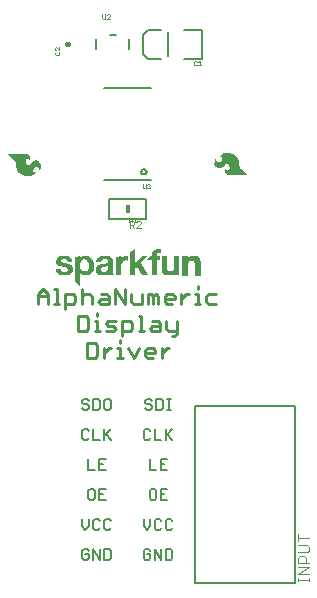
<source format=gbr>
G04 EAGLE Gerber RS-274X export*
G75*
%MOMM*%
%FSLAX34Y34*%
%LPD*%
%INSilkscreen Top*%
%IPPOS*%
%AMOC8*
5,1,8,0,0,1.08239X$1,22.5*%
G01*
%ADD10C,0.228600*%
%ADD11C,0.152400*%
%ADD12C,0.203200*%
%ADD13C,0.025400*%
%ADD14C,0.127000*%
%ADD15C,0.406400*%
%ADD16R,0.406400X0.711200*%
%ADD17C,0.076200*%
%ADD18C,0.050800*%

G36*
X215880Y346587D02*
X215880Y346587D01*
X215884Y346585D01*
X215924Y346606D01*
X215966Y346623D01*
X215968Y346628D01*
X215972Y346630D01*
X215985Y346673D01*
X216001Y346715D01*
X215999Y346720D01*
X216001Y346724D01*
X215965Y346794D01*
X215960Y346804D01*
X215959Y346805D01*
X210477Y351677D01*
X209695Y352531D01*
X209106Y353521D01*
X208979Y353872D01*
X208914Y354240D01*
X208914Y356515D01*
X208912Y356520D01*
X208914Y356526D01*
X208790Y357890D01*
X208784Y357900D01*
X208786Y357912D01*
X208418Y359231D01*
X208410Y359239D01*
X208409Y359252D01*
X207809Y360482D01*
X207802Y360489D01*
X207799Y360500D01*
X206982Y361657D01*
X206974Y361662D01*
X206971Y361671D01*
X205999Y362702D01*
X205991Y362706D01*
X205988Y362712D01*
X205987Y362713D01*
X205986Y362714D01*
X204879Y363599D01*
X204869Y363601D01*
X204862Y363610D01*
X203181Y364557D01*
X203170Y364558D01*
X203160Y364566D01*
X201336Y365194D01*
X201325Y365193D01*
X201314Y365200D01*
X199407Y365488D01*
X199396Y365485D01*
X199384Y365490D01*
X197456Y365429D01*
X197447Y365425D01*
X197435Y365427D01*
X196396Y365220D01*
X196388Y365215D01*
X196378Y365215D01*
X195380Y364857D01*
X195373Y364851D01*
X195362Y364850D01*
X194428Y364348D01*
X194421Y364339D01*
X194409Y364336D01*
X193272Y363429D01*
X193266Y363418D01*
X193253Y363411D01*
X192332Y362285D01*
X192320Y362242D01*
X192304Y362201D01*
X192306Y362196D01*
X192305Y362190D01*
X192327Y362152D01*
X192345Y362112D01*
X192351Y362109D01*
X192353Y362105D01*
X192382Y362097D01*
X192430Y362079D01*
X193310Y362079D01*
X193431Y362063D01*
X193533Y362019D01*
X193873Y361745D01*
X194121Y361384D01*
X194186Y361210D01*
X194244Y360672D01*
X194146Y360142D01*
X193897Y359654D01*
X193246Y358752D01*
X192892Y358340D01*
X192482Y357989D01*
X192024Y357706D01*
X191530Y357500D01*
X191230Y357441D01*
X190927Y357453D01*
X190408Y357610D01*
X189948Y357896D01*
X189578Y358291D01*
X189323Y358772D01*
X189185Y359262D01*
X189127Y359773D01*
X189127Y360376D01*
X189127Y360377D01*
X189118Y360399D01*
X189089Y360467D01*
X188997Y360502D01*
X188987Y360498D01*
X188912Y360464D01*
X188909Y360462D01*
X188908Y360461D01*
X188907Y360460D01*
X188887Y360439D01*
X188885Y360435D01*
X188882Y360434D01*
X188881Y360430D01*
X188876Y360428D01*
X188538Y359993D01*
X188534Y359978D01*
X188522Y359966D01*
X188301Y359462D01*
X188301Y359461D01*
X188149Y359105D01*
X188048Y358877D01*
X188048Y358867D01*
X188041Y358857D01*
X187821Y357979D01*
X187823Y357970D01*
X187818Y357960D01*
X187732Y357060D01*
X187736Y357050D01*
X187732Y357038D01*
X187798Y356170D01*
X187804Y356159D01*
X187803Y356146D01*
X188034Y355306D01*
X188042Y355296D01*
X188043Y355283D01*
X188431Y354503D01*
X188439Y354496D01*
X188442Y354485D01*
X189002Y353708D01*
X189009Y353704D01*
X189013Y353695D01*
X189671Y352999D01*
X189682Y352994D01*
X189690Y352983D01*
X190293Y352552D01*
X190308Y352549D01*
X190321Y352537D01*
X191013Y352270D01*
X191029Y352270D01*
X191044Y352262D01*
X191781Y352175D01*
X191796Y352180D01*
X191813Y352176D01*
X192548Y352275D01*
X192561Y352283D01*
X192578Y352283D01*
X193266Y352563D01*
X193275Y352572D01*
X193289Y352575D01*
X195047Y353762D01*
X195053Y353770D01*
X195063Y353774D01*
X196604Y355227D01*
X197039Y355597D01*
X197542Y355837D01*
X198090Y355939D01*
X198646Y355896D01*
X199171Y355710D01*
X199631Y355395D01*
X199996Y354970D01*
X200289Y354427D01*
X200487Y353841D01*
X200584Y353231D01*
X200549Y352520D01*
X200342Y351842D01*
X199977Y351236D01*
X199649Y350923D01*
X199245Y350717D01*
X198829Y350624D01*
X198401Y350624D01*
X197986Y350717D01*
X197848Y350789D01*
X197734Y350907D01*
X197135Y351731D01*
X197064Y351864D01*
X197036Y352002D01*
X197052Y352160D01*
X197038Y352203D01*
X197027Y352248D01*
X197023Y352250D01*
X197022Y352254D01*
X196981Y352274D01*
X196942Y352297D01*
X196938Y352296D01*
X196934Y352298D01*
X196891Y352283D01*
X196847Y352270D01*
X196845Y352267D01*
X196841Y352266D01*
X196822Y352228D01*
X196801Y352192D01*
X196725Y351709D01*
X196727Y351704D01*
X196724Y351699D01*
X196651Y350759D01*
X196653Y350753D01*
X196651Y350747D01*
X196652Y350744D01*
X196651Y350739D01*
X196724Y349799D01*
X196729Y349789D01*
X196728Y349777D01*
X196912Y349078D01*
X196920Y349068D01*
X196921Y349054D01*
X197242Y348406D01*
X197251Y348398D01*
X197255Y348384D01*
X197700Y347814D01*
X197711Y347808D01*
X197717Y347796D01*
X198267Y347326D01*
X198279Y347322D01*
X198288Y347311D01*
X199020Y346910D01*
X199033Y346909D01*
X199044Y346900D01*
X199843Y346660D01*
X199856Y346661D01*
X199869Y346655D01*
X200700Y346585D01*
X200706Y346587D01*
X200711Y346585D01*
X215875Y346585D01*
X215880Y346587D01*
G37*
G36*
X31144Y345771D02*
X31144Y345771D01*
X31153Y345775D01*
X31165Y345773D01*
X32204Y345980D01*
X32212Y345985D01*
X32223Y345985D01*
X33220Y346343D01*
X33227Y346349D01*
X33238Y346350D01*
X34172Y346852D01*
X34179Y346861D01*
X34191Y346864D01*
X35328Y347771D01*
X35334Y347782D01*
X35347Y347789D01*
X36268Y348915D01*
X36280Y348958D01*
X36296Y348999D01*
X36294Y349004D01*
X36295Y349010D01*
X36274Y349048D01*
X36255Y349088D01*
X36249Y349091D01*
X36247Y349095D01*
X36218Y349103D01*
X36170Y349121D01*
X35290Y349121D01*
X35170Y349137D01*
X35067Y349181D01*
X34727Y349455D01*
X34479Y349816D01*
X34414Y349990D01*
X34356Y350529D01*
X34454Y351058D01*
X34703Y351546D01*
X35354Y352448D01*
X35708Y352860D01*
X36118Y353211D01*
X36576Y353494D01*
X37070Y353700D01*
X37370Y353759D01*
X37673Y353747D01*
X38192Y353590D01*
X38652Y353304D01*
X39022Y352909D01*
X39277Y352428D01*
X39416Y351938D01*
X39473Y351427D01*
X39473Y350824D01*
X39473Y350823D01*
X39482Y350802D01*
X39511Y350733D01*
X39603Y350698D01*
X39613Y350702D01*
X39688Y350736D01*
X39691Y350738D01*
X39692Y350739D01*
X39693Y350740D01*
X39713Y350761D01*
X39716Y350768D01*
X39724Y350772D01*
X40062Y351207D01*
X40066Y351222D01*
X40078Y351234D01*
X40299Y351738D01*
X40299Y351739D01*
X40451Y352095D01*
X40552Y352323D01*
X40553Y352334D01*
X40559Y352343D01*
X40779Y353221D01*
X40778Y353230D01*
X40782Y353240D01*
X40868Y354140D01*
X40864Y354150D01*
X40868Y354162D01*
X40802Y355030D01*
X40796Y355041D01*
X40797Y355054D01*
X40566Y355894D01*
X40558Y355904D01*
X40557Y355917D01*
X40169Y356697D01*
X40161Y356704D01*
X40158Y356715D01*
X39598Y357492D01*
X39591Y357496D01*
X39587Y357505D01*
X38929Y358201D01*
X38918Y358206D01*
X38910Y358217D01*
X38307Y358648D01*
X38292Y358651D01*
X38279Y358663D01*
X37587Y358930D01*
X37571Y358930D01*
X37556Y358938D01*
X36819Y359025D01*
X36804Y359020D01*
X36787Y359024D01*
X36052Y358925D01*
X36039Y358917D01*
X36022Y358917D01*
X35334Y358637D01*
X35325Y358628D01*
X35311Y358625D01*
X33553Y357438D01*
X33548Y357430D01*
X33537Y357426D01*
X31996Y355973D01*
X31561Y355603D01*
X31058Y355363D01*
X30510Y355261D01*
X29954Y355304D01*
X29429Y355490D01*
X28969Y355805D01*
X28604Y356230D01*
X28311Y356773D01*
X28113Y357359D01*
X28016Y357969D01*
X28051Y358680D01*
X28258Y359358D01*
X28623Y359964D01*
X28951Y360277D01*
X29355Y360483D01*
X29771Y360576D01*
X30199Y360576D01*
X30614Y360483D01*
X30752Y360411D01*
X30866Y360293D01*
X31465Y359469D01*
X31536Y359336D01*
X31564Y359198D01*
X31548Y359040D01*
X31562Y358997D01*
X31573Y358952D01*
X31577Y358950D01*
X31578Y358946D01*
X31619Y358926D01*
X31658Y358903D01*
X31662Y358904D01*
X31666Y358902D01*
X31709Y358917D01*
X31753Y358930D01*
X31755Y358933D01*
X31759Y358935D01*
X31778Y358972D01*
X31799Y359008D01*
X31875Y359491D01*
X31874Y359496D01*
X31876Y359501D01*
X31949Y360441D01*
X31946Y360450D01*
X31949Y360461D01*
X31876Y361401D01*
X31871Y361411D01*
X31872Y361423D01*
X31688Y362122D01*
X31680Y362132D01*
X31679Y362146D01*
X31358Y362794D01*
X31349Y362802D01*
X31345Y362816D01*
X30900Y363386D01*
X30889Y363392D01*
X30883Y363404D01*
X30333Y363874D01*
X30321Y363878D01*
X30312Y363889D01*
X29580Y364290D01*
X29567Y364291D01*
X29556Y364300D01*
X28757Y364540D01*
X28744Y364539D01*
X28731Y364545D01*
X27900Y364615D01*
X27894Y364613D01*
X27889Y364615D01*
X12725Y364615D01*
X12720Y364613D01*
X12716Y364615D01*
X12676Y364594D01*
X12634Y364577D01*
X12633Y364572D01*
X12628Y364570D01*
X12615Y364527D01*
X12599Y364485D01*
X12601Y364480D01*
X12599Y364476D01*
X12635Y364406D01*
X12640Y364396D01*
X12641Y364395D01*
X18123Y359523D01*
X18905Y358669D01*
X19494Y357679D01*
X19621Y357328D01*
X19686Y356960D01*
X19686Y354685D01*
X19688Y354680D01*
X19686Y354674D01*
X19810Y353310D01*
X19816Y353300D01*
X19814Y353288D01*
X20182Y351969D01*
X20190Y351961D01*
X20191Y351948D01*
X20791Y350718D01*
X20798Y350711D01*
X20801Y350700D01*
X21618Y349543D01*
X21626Y349538D01*
X21629Y349529D01*
X22601Y348498D01*
X22609Y348494D01*
X22614Y348486D01*
X23721Y347601D01*
X23731Y347599D01*
X23738Y347590D01*
X25419Y346643D01*
X25430Y346642D01*
X25440Y346634D01*
X27264Y346006D01*
X27275Y346007D01*
X27286Y346000D01*
X29193Y345712D01*
X29204Y345715D01*
X29216Y345711D01*
X31144Y345771D01*
G37*
G36*
X74047Y252783D02*
X74047Y252783D01*
X74050Y252782D01*
X74092Y252803D01*
X74134Y252823D01*
X74135Y252825D01*
X74137Y252826D01*
X74144Y252848D01*
X74167Y252908D01*
X74167Y264012D01*
X74168Y264010D01*
X74688Y263294D01*
X74699Y263287D01*
X74706Y263274D01*
X75366Y262684D01*
X75378Y262680D01*
X75388Y262669D01*
X76157Y262232D01*
X76170Y262230D01*
X76182Y262221D01*
X77026Y261957D01*
X77037Y261958D01*
X77048Y261952D01*
X78265Y261797D01*
X78274Y261799D01*
X78283Y261796D01*
X79510Y261813D01*
X79518Y261816D01*
X79528Y261814D01*
X80740Y262003D01*
X80749Y262008D01*
X80760Y262008D01*
X81679Y262302D01*
X81687Y262309D01*
X81699Y262311D01*
X82555Y262757D01*
X82561Y262765D01*
X82573Y262768D01*
X83341Y263353D01*
X83346Y263362D01*
X83357Y263367D01*
X84014Y264074D01*
X84018Y264084D01*
X84028Y264091D01*
X84800Y265276D01*
X84802Y265286D01*
X84810Y265295D01*
X85366Y266595D01*
X85366Y266606D01*
X85373Y266616D01*
X85696Y267992D01*
X85694Y268003D01*
X85699Y268014D01*
X85817Y270229D01*
X85813Y270240D01*
X85816Y270252D01*
X85533Y272452D01*
X85528Y272462D01*
X85528Y272474D01*
X84854Y274587D01*
X84846Y274597D01*
X84844Y274610D01*
X84265Y275651D01*
X84254Y275659D01*
X84249Y275673D01*
X83457Y276563D01*
X83448Y276568D01*
X83441Y276578D01*
X82617Y277231D01*
X82609Y277233D01*
X82603Y277240D01*
X81701Y277781D01*
X81691Y277783D01*
X81682Y277791D01*
X80658Y278191D01*
X80645Y278191D01*
X80633Y278198D01*
X79548Y278381D01*
X79537Y278379D01*
X79525Y278383D01*
X77544Y278358D01*
X77533Y278353D01*
X77520Y278356D01*
X77038Y278254D01*
X77029Y278247D01*
X77017Y278247D01*
X75696Y277714D01*
X75689Y277707D01*
X75679Y277706D01*
X75285Y277473D01*
X75278Y277464D01*
X75266Y277459D01*
X74923Y277158D01*
X74920Y277152D01*
X74913Y277149D01*
X74024Y276184D01*
X74024Y276183D01*
X74023Y276182D01*
X73889Y276033D01*
X73913Y277950D01*
X73907Y277965D01*
X73910Y277979D01*
X73890Y278008D01*
X73876Y278042D01*
X73862Y278047D01*
X73853Y278060D01*
X73812Y278067D01*
X73785Y278078D01*
X73775Y278074D01*
X73764Y278076D01*
X69878Y277340D01*
X69844Y277318D01*
X69808Y277301D01*
X69804Y277291D01*
X69796Y277285D01*
X69790Y277256D01*
X69775Y277216D01*
X69775Y256642D01*
X69777Y256636D01*
X69775Y256629D01*
X69804Y256572D01*
X69813Y256551D01*
X69815Y256550D01*
X69816Y256548D01*
X73956Y252814D01*
X74001Y252799D01*
X74045Y252782D01*
X74047Y252783D01*
G37*
G36*
X93234Y261765D02*
X93234Y261765D01*
X93245Y261762D01*
X94863Y262003D01*
X94872Y262009D01*
X94885Y262008D01*
X95920Y262361D01*
X95929Y262368D01*
X95941Y262370D01*
X96892Y262910D01*
X96900Y262919D01*
X96912Y262924D01*
X97739Y263627D01*
X97763Y263643D01*
X97772Y263644D01*
X97780Y263642D01*
X97787Y263636D01*
X97796Y263613D01*
X98023Y262584D01*
X98025Y262581D01*
X98024Y262578D01*
X98100Y262298D01*
X98111Y262284D01*
X98115Y262265D01*
X98136Y262229D01*
X98160Y262212D01*
X98187Y262183D01*
X98224Y262164D01*
X98254Y262162D01*
X98292Y262151D01*
X98328Y262154D01*
X102362Y262154D01*
X102385Y262163D01*
X102410Y262163D01*
X102428Y262182D01*
X102453Y262192D01*
X102462Y262215D01*
X102479Y262233D01*
X102480Y262262D01*
X102488Y262284D01*
X102480Y262302D01*
X102480Y262324D01*
X102406Y262523D01*
X102057Y263818D01*
X101955Y265155D01*
X101980Y269493D01*
X101979Y269496D01*
X101980Y269498D01*
X101960Y269541D01*
X101947Y269574D01*
X101955Y269596D01*
X101955Y274422D01*
X101952Y274429D01*
X101954Y274438D01*
X101863Y275173D01*
X101856Y275186D01*
X101856Y275203D01*
X101589Y275894D01*
X101578Y275904D01*
X101574Y275921D01*
X101147Y276526D01*
X101134Y276534D01*
X101126Y276549D01*
X100564Y277032D01*
X100551Y277036D01*
X100541Y277047D01*
X99238Y277741D01*
X99226Y277742D01*
X99215Y277750D01*
X97801Y278175D01*
X97791Y278174D01*
X97782Y278179D01*
X96043Y278409D01*
X96035Y278407D01*
X96027Y278410D01*
X94273Y278418D01*
X94266Y278415D01*
X94257Y278418D01*
X92517Y278204D01*
X92509Y278200D01*
X92499Y278201D01*
X91270Y277867D01*
X91262Y277860D01*
X91251Y277860D01*
X90093Y277331D01*
X90085Y277322D01*
X90072Y277319D01*
X89255Y276745D01*
X89248Y276734D01*
X89235Y276728D01*
X88552Y275998D01*
X88549Y275989D01*
X88547Y275989D01*
X88545Y275984D01*
X88536Y275977D01*
X88017Y275124D01*
X88015Y275111D01*
X88005Y275100D01*
X87671Y274159D01*
X87672Y274146D01*
X87665Y274133D01*
X87543Y273242D01*
X87540Y273240D01*
X87539Y273240D01*
X87520Y273191D01*
X87504Y273148D01*
X87506Y273143D01*
X87539Y273065D01*
X87564Y273039D01*
X87604Y273021D01*
X87642Y273000D01*
X87648Y273002D01*
X87655Y273000D01*
X87695Y273017D01*
X87725Y273026D01*
X91872Y273026D01*
X91874Y273027D01*
X91876Y273026D01*
X91919Y273046D01*
X91963Y273064D01*
X91963Y273066D01*
X91965Y273067D01*
X91998Y273152D01*
X91998Y273195D01*
X92061Y273726D01*
X92245Y274221D01*
X92540Y274659D01*
X92930Y275015D01*
X93394Y275270D01*
X93955Y275435D01*
X94542Y275489D01*
X95897Y275439D01*
X96266Y275378D01*
X96612Y275250D01*
X96926Y275057D01*
X97179Y274823D01*
X97378Y274544D01*
X97517Y274230D01*
X97628Y273709D01*
X97628Y273178D01*
X97517Y272657D01*
X97475Y272560D01*
X97415Y272473D01*
X97131Y272212D01*
X96703Y271966D01*
X96234Y271801D01*
X94928Y271575D01*
X92722Y271347D01*
X92718Y271344D01*
X92713Y271345D01*
X91176Y271067D01*
X91168Y271063D01*
X91159Y271063D01*
X89674Y270579D01*
X89666Y270572D01*
X89654Y270571D01*
X88958Y270205D01*
X88950Y270195D01*
X88937Y270191D01*
X88327Y269693D01*
X88321Y269682D01*
X88311Y269676D01*
X88310Y269676D01*
X88309Y269675D01*
X87811Y269066D01*
X87807Y269053D01*
X87796Y269042D01*
X87367Y268180D01*
X87366Y268165D01*
X87357Y268151D01*
X87151Y267210D01*
X87153Y267197D01*
X87148Y267183D01*
X87145Y266122D01*
X87150Y266112D01*
X87147Y266099D01*
X87336Y265055D01*
X87342Y265046D01*
X87342Y265033D01*
X87715Y264040D01*
X87723Y264031D01*
X87725Y264019D01*
X88017Y263536D01*
X88026Y263529D01*
X88031Y263517D01*
X88408Y263097D01*
X88419Y263092D01*
X88426Y263081D01*
X88874Y262739D01*
X88887Y262735D01*
X88897Y262725D01*
X90166Y262119D01*
X90179Y262119D01*
X90192Y262110D01*
X91564Y261802D01*
X91576Y261804D01*
X91589Y261799D01*
X93224Y261761D01*
X93234Y261765D01*
G37*
G36*
X120601Y262028D02*
X120601Y262028D01*
X120603Y262027D01*
X120646Y262047D01*
X120690Y262065D01*
X120690Y262067D01*
X120692Y262068D01*
X120725Y262153D01*
X120725Y267561D01*
X122380Y269168D01*
X126613Y262190D01*
X126628Y262179D01*
X126636Y262162D01*
X126670Y262149D01*
X126693Y262132D01*
X126706Y262134D01*
X126720Y262129D01*
X131800Y262104D01*
X131836Y262119D01*
X131874Y262127D01*
X131880Y262137D01*
X131891Y262142D01*
X131906Y262178D01*
X131926Y262211D01*
X131923Y262223D01*
X131927Y262233D01*
X131915Y262261D01*
X131906Y262300D01*
X125309Y272195D01*
X131000Y277761D01*
X131001Y277762D01*
X131003Y277763D01*
X131020Y277808D01*
X131038Y277852D01*
X131038Y277853D01*
X131038Y277855D01*
X131018Y277898D01*
X130999Y277942D01*
X130998Y277943D01*
X130997Y277944D01*
X130912Y277977D01*
X126238Y277977D01*
X126235Y277976D01*
X126232Y277977D01*
X126149Y277940D01*
X120674Y272466D01*
X120674Y283896D01*
X120661Y283928D01*
X120656Y283962D01*
X120642Y283972D01*
X120636Y283987D01*
X120604Y283999D01*
X120575Y284019D01*
X120558Y284017D01*
X120544Y284022D01*
X120519Y284011D01*
X120485Y284006D01*
X116345Y281644D01*
X116333Y281627D01*
X116315Y281619D01*
X116302Y281587D01*
X116286Y281565D01*
X116288Y281550D01*
X116282Y281534D01*
X116282Y262204D01*
X116283Y262201D01*
X116282Y262198D01*
X116319Y262115D01*
X116370Y262064D01*
X116373Y262063D01*
X116374Y262060D01*
X116459Y262027D01*
X120599Y262027D01*
X120601Y262028D01*
G37*
G36*
X149528Y261753D02*
X149528Y261753D01*
X149535Y261756D01*
X149544Y261755D01*
X151022Y261978D01*
X151030Y261983D01*
X151040Y261982D01*
X151302Y262063D01*
X151310Y262069D01*
X151322Y262071D01*
X151567Y262193D01*
X151574Y262200D01*
X151584Y262203D01*
X152514Y262862D01*
X152519Y262870D01*
X152528Y262873D01*
X153355Y263658D01*
X153358Y263666D01*
X153367Y263671D01*
X153874Y264312D01*
X153874Y262255D01*
X153875Y262253D01*
X153874Y262251D01*
X153894Y262208D01*
X153912Y262164D01*
X153914Y262164D01*
X153915Y262162D01*
X154000Y262129D01*
X158013Y262129D01*
X158015Y262130D01*
X158017Y262129D01*
X158060Y262149D01*
X158104Y262167D01*
X158104Y262169D01*
X158106Y262170D01*
X158139Y262255D01*
X158139Y277876D01*
X158138Y277878D01*
X158139Y277880D01*
X158119Y277923D01*
X158101Y277967D01*
X158099Y277967D01*
X158098Y277969D01*
X158013Y278002D01*
X153797Y278002D01*
X153795Y278001D01*
X153793Y278002D01*
X153750Y277982D01*
X153706Y277964D01*
X153706Y277962D01*
X153704Y277961D01*
X153671Y277876D01*
X153671Y269574D01*
X153595Y268344D01*
X153370Y267140D01*
X153161Y266590D01*
X152834Y266105D01*
X152403Y265708D01*
X151893Y265420D01*
X151202Y265208D01*
X150481Y265141D01*
X149762Y265221D01*
X149073Y265444D01*
X148678Y265669D01*
X148337Y265970D01*
X148065Y266332D01*
X147722Y267100D01*
X147573Y267930D01*
X147573Y277927D01*
X147572Y277929D01*
X147573Y277931D01*
X147553Y277974D01*
X147535Y278018D01*
X147533Y278018D01*
X147532Y278020D01*
X147447Y278053D01*
X143307Y278053D01*
X143305Y278052D01*
X143303Y278053D01*
X143260Y278033D01*
X143216Y278015D01*
X143216Y278013D01*
X143214Y278012D01*
X143181Y277927D01*
X143181Y267132D01*
X143183Y267127D01*
X143181Y267120D01*
X143282Y266021D01*
X143287Y266012D01*
X143287Y266011D01*
X143288Y266009D01*
X143286Y265998D01*
X143586Y264935D01*
X143593Y264926D01*
X143594Y264913D01*
X144082Y263923D01*
X144091Y263915D01*
X144095Y263903D01*
X144755Y263018D01*
X144765Y263011D01*
X144772Y262999D01*
X145026Y262771D01*
X145034Y262768D01*
X145035Y262766D01*
X145040Y262764D01*
X145046Y262756D01*
X145948Y262230D01*
X145960Y262229D01*
X145970Y262220D01*
X146956Y261877D01*
X146968Y261878D01*
X146980Y261871D01*
X148013Y261724D01*
X148023Y261727D01*
X148034Y261723D01*
X149528Y261753D01*
G37*
G36*
X164721Y262054D02*
X164721Y262054D01*
X164723Y262053D01*
X164766Y262073D01*
X164810Y262091D01*
X164810Y262093D01*
X164812Y262094D01*
X164845Y262179D01*
X164845Y271545D01*
X164926Y272328D01*
X165142Y273078D01*
X165505Y273757D01*
X166022Y274326D01*
X166479Y274640D01*
X166995Y274844D01*
X167551Y274931D01*
X168656Y274981D01*
X168972Y274964D01*
X169272Y274887D01*
X169707Y274670D01*
X170081Y274361D01*
X170377Y273974D01*
X170687Y273332D01*
X170878Y272644D01*
X170943Y271926D01*
X170943Y262280D01*
X170944Y262278D01*
X170943Y262276D01*
X170963Y262233D01*
X170981Y262189D01*
X170983Y262189D01*
X170984Y262187D01*
X171069Y262154D01*
X175158Y262154D01*
X175160Y262155D01*
X175162Y262154D01*
X175205Y262174D01*
X175249Y262192D01*
X175249Y262194D01*
X175251Y262195D01*
X175284Y262280D01*
X175284Y272821D01*
X175282Y272826D01*
X175284Y272831D01*
X175194Y273960D01*
X175190Y273968D01*
X175191Y273977D01*
X174951Y275084D01*
X174946Y275092D01*
X174946Y275102D01*
X174677Y275807D01*
X174669Y275815D01*
X174667Y275827D01*
X174283Y276476D01*
X174274Y276482D01*
X174270Y276494D01*
X173781Y277069D01*
X173770Y277074D01*
X173763Y277086D01*
X172978Y277704D01*
X172965Y277707D01*
X172954Y277719D01*
X172049Y278141D01*
X172035Y278142D01*
X172021Y278150D01*
X171044Y278356D01*
X171033Y278353D01*
X171021Y278358D01*
X169015Y278408D01*
X169005Y278404D01*
X168994Y278407D01*
X167942Y278252D01*
X167931Y278245D01*
X167917Y278245D01*
X166920Y277876D01*
X166910Y277867D01*
X166896Y277864D01*
X165998Y277297D01*
X165991Y277288D01*
X165980Y277284D01*
X165519Y276868D01*
X165516Y276860D01*
X165508Y276856D01*
X165106Y276383D01*
X165104Y276378D01*
X165100Y276376D01*
X164823Y275998D01*
X164709Y275862D01*
X164667Y275833D01*
X164667Y277901D01*
X164666Y277903D01*
X164667Y277905D01*
X164647Y277948D01*
X164629Y277992D01*
X164627Y277992D01*
X164626Y277994D01*
X164541Y278027D01*
X160503Y278027D01*
X160501Y278026D01*
X160499Y278027D01*
X160456Y278007D01*
X160412Y277989D01*
X160412Y277987D01*
X160410Y277986D01*
X160377Y277901D01*
X160377Y262179D01*
X160378Y262177D01*
X160377Y262175D01*
X160397Y262132D01*
X160415Y262088D01*
X160417Y262088D01*
X160418Y262086D01*
X160503Y262053D01*
X164719Y262053D01*
X164721Y262054D01*
G37*
G36*
X62139Y261820D02*
X62139Y261820D01*
X62145Y261822D01*
X62152Y261821D01*
X63466Y262003D01*
X63474Y262007D01*
X63483Y262007D01*
X64483Y262289D01*
X64492Y262296D01*
X64504Y262297D01*
X65439Y262748D01*
X65446Y262756D01*
X65458Y262759D01*
X66302Y263365D01*
X66307Y263375D01*
X66318Y263380D01*
X67044Y264123D01*
X67048Y264133D01*
X67059Y264141D01*
X67438Y264705D01*
X67440Y264716D01*
X67449Y264726D01*
X67715Y265351D01*
X67715Y265363D01*
X67723Y265374D01*
X67865Y266038D01*
X67864Y266047D01*
X67868Y266056D01*
X67944Y267097D01*
X67941Y267106D01*
X67944Y267117D01*
X67850Y268172D01*
X67843Y268185D01*
X67843Y268201D01*
X67506Y269204D01*
X67497Y269215D01*
X67494Y269230D01*
X67242Y269642D01*
X67232Y269649D01*
X67226Y269663D01*
X66894Y270013D01*
X66883Y270017D01*
X66877Y270028D01*
X66185Y270536D01*
X66177Y270538D01*
X66170Y270546D01*
X65414Y270951D01*
X65405Y270952D01*
X65398Y270958D01*
X63742Y271568D01*
X63734Y271568D01*
X63726Y271573D01*
X62003Y271954D01*
X62002Y271954D01*
X62001Y271955D01*
X59978Y272359D01*
X59226Y272631D01*
X58551Y273047D01*
X58268Y273340D01*
X58084Y273701D01*
X58019Y274070D01*
X58067Y274442D01*
X58222Y274784D01*
X58455Y275052D01*
X58756Y275247D01*
X59180Y275404D01*
X59629Y275489D01*
X60478Y275533D01*
X61325Y275489D01*
X61821Y275391D01*
X62288Y275202D01*
X62711Y274931D01*
X62986Y274667D01*
X63204Y274354D01*
X63354Y274002D01*
X63409Y273759D01*
X63425Y273499D01*
X63446Y273457D01*
X63466Y273414D01*
X63468Y273413D01*
X63469Y273411D01*
X63488Y273405D01*
X63551Y273381D01*
X67437Y273381D01*
X67446Y273384D01*
X67454Y273382D01*
X67490Y273403D01*
X67528Y273419D01*
X67531Y273428D01*
X67539Y273433D01*
X67553Y273484D01*
X67563Y273511D01*
X67561Y273515D01*
X67562Y273518D01*
X67562Y273519D01*
X67563Y273520D01*
X67487Y274231D01*
X67481Y274241D01*
X67483Y274252D01*
X67478Y274258D01*
X67478Y274265D01*
X67486Y274278D01*
X67480Y274302D01*
X67483Y274311D01*
X67479Y274319D01*
X67480Y274338D01*
X67277Y274896D01*
X67273Y274900D01*
X67273Y274905D01*
X66917Y275693D01*
X66910Y275699D01*
X66908Y275710D01*
X66622Y276152D01*
X66614Y276157D01*
X66610Y276167D01*
X66262Y276563D01*
X66252Y276567D01*
X66245Y276578D01*
X65286Y277335D01*
X65273Y277339D01*
X65263Y277349D01*
X64166Y277887D01*
X64154Y277888D01*
X64143Y277896D01*
X62792Y278264D01*
X62782Y278263D01*
X62772Y278268D01*
X61379Y278408D01*
X61373Y278406D01*
X61366Y278408D01*
X59563Y278408D01*
X59557Y278406D01*
X59549Y278408D01*
X58120Y278253D01*
X58110Y278247D01*
X58097Y278248D01*
X56719Y277837D01*
X56710Y277830D01*
X56698Y277829D01*
X55417Y277175D01*
X55409Y277166D01*
X55397Y277163D01*
X54921Y276794D01*
X54915Y276783D01*
X54903Y276777D01*
X54509Y276322D01*
X54505Y276311D01*
X54494Y276302D01*
X54195Y275780D01*
X54194Y275767D01*
X54185Y275757D01*
X53827Y274673D01*
X53828Y274661D01*
X53822Y274648D01*
X53693Y273514D01*
X53696Y273502D01*
X53693Y273488D01*
X53798Y272352D01*
X53804Y272341D01*
X53803Y272327D01*
X53955Y271838D01*
X53963Y271828D01*
X53965Y271814D01*
X54214Y271367D01*
X54225Y271359D01*
X54229Y271345D01*
X54566Y270960D01*
X54576Y270955D01*
X54582Y270944D01*
X55259Y270407D01*
X55268Y270404D01*
X55275Y270396D01*
X56026Y269969D01*
X56035Y269968D01*
X56043Y269961D01*
X56851Y269655D01*
X56859Y269655D01*
X56867Y269650D01*
X60498Y268787D01*
X61672Y268481D01*
X62779Y268011D01*
X63115Y267780D01*
X63381Y267476D01*
X63561Y267114D01*
X63646Y266719D01*
X63629Y266315D01*
X63512Y265930D01*
X63304Y265585D01*
X63016Y265301D01*
X62503Y264989D01*
X61936Y264792D01*
X61333Y264718D01*
X60003Y264718D01*
X59441Y264791D01*
X58854Y265008D01*
X58327Y265345D01*
X57885Y265788D01*
X57630Y266202D01*
X57483Y266664D01*
X57454Y267161D01*
X57454Y267208D01*
X57453Y267210D01*
X57454Y267212D01*
X57434Y267255D01*
X57416Y267299D01*
X57414Y267299D01*
X57413Y267301D01*
X57328Y267334D01*
X53467Y267334D01*
X53461Y267332D01*
X53454Y267334D01*
X53442Y267327D01*
X53428Y267328D01*
X53426Y267327D01*
X53425Y267327D01*
X53403Y267307D01*
X53376Y267296D01*
X53374Y267289D01*
X53368Y267286D01*
X53363Y267272D01*
X53353Y267263D01*
X53353Y267262D01*
X53352Y267260D01*
X53351Y267233D01*
X53349Y267226D01*
X53341Y267204D01*
X53342Y267202D01*
X53341Y267199D01*
X53366Y266843D01*
X53369Y266837D01*
X53368Y266830D01*
X53470Y266246D01*
X53475Y266238D01*
X53474Y266227D01*
X53906Y264957D01*
X53913Y264950D01*
X53914Y264940D01*
X54223Y264344D01*
X54233Y264337D01*
X54237Y264324D01*
X54657Y263800D01*
X54668Y263795D01*
X54674Y263783D01*
X55189Y263352D01*
X55197Y263350D01*
X55202Y263343D01*
X56396Y262581D01*
X56404Y262579D01*
X56411Y262572D01*
X57268Y262175D01*
X57281Y262174D01*
X57293Y262166D01*
X58214Y261954D01*
X58223Y261956D01*
X58233Y261951D01*
X60799Y261773D01*
X60806Y261775D01*
X60812Y261773D01*
X62139Y261820D01*
G37*
G36*
X138838Y262054D02*
X138838Y262054D01*
X138840Y262053D01*
X138883Y262073D01*
X138927Y262091D01*
X138927Y262093D01*
X138929Y262094D01*
X138962Y262179D01*
X138962Y275083D01*
X141834Y275083D01*
X141836Y275084D01*
X141838Y275083D01*
X141881Y275103D01*
X141925Y275121D01*
X141925Y275123D01*
X141927Y275124D01*
X141960Y275209D01*
X141960Y277876D01*
X141959Y277878D01*
X141960Y277880D01*
X141940Y277923D01*
X141922Y277967D01*
X141920Y277967D01*
X141919Y277969D01*
X141834Y278002D01*
X138988Y278002D01*
X138988Y279264D01*
X139051Y279726D01*
X139226Y280149D01*
X139408Y280381D01*
X139648Y280551D01*
X139930Y280648D01*
X140830Y280731D01*
X141745Y280646D01*
X142025Y280620D01*
X142031Y280622D01*
X142037Y280620D01*
X142113Y280620D01*
X142115Y280621D01*
X142117Y280620D01*
X142160Y280640D01*
X142204Y280658D01*
X142204Y280660D01*
X142206Y280661D01*
X142239Y280746D01*
X142239Y283769D01*
X142239Y283770D01*
X142239Y283772D01*
X142239Y283773D01*
X142219Y283816D01*
X142201Y283860D01*
X142199Y283860D01*
X142198Y283862D01*
X142113Y283895D01*
X142091Y283895D01*
X140774Y283971D01*
X140771Y283970D01*
X140767Y283971D01*
X139217Y283971D01*
X139207Y283967D01*
X139196Y283969D01*
X138183Y283795D01*
X138173Y283788D01*
X138159Y283788D01*
X137201Y283419D01*
X137192Y283411D01*
X137179Y283408D01*
X136311Y282858D01*
X136305Y282848D01*
X136298Y282846D01*
X136298Y282845D01*
X136292Y282843D01*
X135549Y282133D01*
X135544Y282123D01*
X135533Y282115D01*
X135193Y281638D01*
X135191Y281627D01*
X135182Y281618D01*
X134933Y281087D01*
X134933Y281076D01*
X134925Y281066D01*
X134777Y280499D01*
X134778Y280488D01*
X134773Y280477D01*
X134596Y278343D01*
X134598Y278339D01*
X134596Y278335D01*
X134596Y278333D01*
X134596Y278002D01*
X133350Y278002D01*
X133347Y278001D01*
X133344Y278002D01*
X133261Y277965D01*
X130594Y275298D01*
X130593Y275298D01*
X130593Y275297D01*
X130575Y275252D01*
X130557Y275207D01*
X130557Y275206D01*
X130577Y275161D01*
X130597Y275117D01*
X130598Y275116D01*
X130682Y275083D01*
X134545Y275059D01*
X134545Y262179D01*
X134546Y262177D01*
X134545Y262175D01*
X134565Y262132D01*
X134583Y262088D01*
X134585Y262088D01*
X134586Y262086D01*
X134671Y262053D01*
X138836Y262053D01*
X138838Y262054D01*
G37*
G36*
X108714Y262155D02*
X108714Y262155D01*
X108716Y262154D01*
X108759Y262174D01*
X108803Y262192D01*
X108803Y262194D01*
X108805Y262195D01*
X108838Y262280D01*
X108838Y270099D01*
X108911Y270945D01*
X109111Y271764D01*
X109472Y272557D01*
X109997Y273249D01*
X110664Y273809D01*
X111143Y274073D01*
X111661Y274254D01*
X112203Y274346D01*
X113728Y274346D01*
X114325Y274221D01*
X114328Y274222D01*
X114331Y274220D01*
X114483Y274195D01*
X114492Y274198D01*
X114503Y274194D01*
X114529Y274194D01*
X114531Y274195D01*
X114533Y274194D01*
X114576Y274214D01*
X114620Y274232D01*
X114620Y274234D01*
X114622Y274235D01*
X114655Y274320D01*
X114655Y278181D01*
X114637Y278225D01*
X114619Y278270D01*
X114617Y278270D01*
X114617Y278272D01*
X114600Y278278D01*
X114536Y278307D01*
X113164Y278383D01*
X113154Y278379D01*
X113142Y278382D01*
X112441Y278298D01*
X112431Y278292D01*
X112417Y278293D01*
X111747Y278070D01*
X111738Y278061D01*
X111724Y278059D01*
X111113Y277706D01*
X111111Y277703D01*
X111107Y277702D01*
X110218Y277117D01*
X110215Y277114D01*
X110210Y277112D01*
X109816Y276810D01*
X109809Y276798D01*
X109795Y276790D01*
X109479Y276407D01*
X109477Y276401D01*
X109471Y276396D01*
X108785Y275354D01*
X108606Y275086D01*
X108559Y275071D01*
X108559Y277851D01*
X108554Y277864D01*
X108557Y277877D01*
X108535Y277907D01*
X108521Y277942D01*
X108508Y277947D01*
X108500Y277958D01*
X108457Y277966D01*
X108429Y277977D01*
X108421Y277973D01*
X108411Y277975D01*
X104550Y277289D01*
X104516Y277267D01*
X104479Y277250D01*
X104475Y277241D01*
X104467Y277236D01*
X104462Y277206D01*
X104446Y277165D01*
X104420Y262280D01*
X104421Y262278D01*
X104420Y262276D01*
X104440Y262233D01*
X104458Y262189D01*
X104460Y262189D01*
X104461Y262187D01*
X104546Y262154D01*
X108712Y262154D01*
X108714Y262155D01*
G37*
%LPC*%
G36*
X77205Y265048D02*
X77205Y265048D01*
X76483Y265200D01*
X75805Y265490D01*
X75296Y265853D01*
X74884Y266322D01*
X74585Y266886D01*
X74579Y266890D01*
X74578Y266897D01*
X74527Y266973D01*
X74526Y266974D01*
X74526Y266975D01*
X74484Y267035D01*
X74472Y267094D01*
X74472Y267132D01*
X74472Y267133D01*
X74472Y267134D01*
X74453Y267178D01*
X74434Y267223D01*
X74433Y267223D01*
X74432Y267224D01*
X74387Y267241D01*
X74365Y267249D01*
X74365Y267254D01*
X74374Y267289D01*
X74369Y267326D01*
X74363Y267337D01*
X74364Y267350D01*
X74139Y268025D01*
X74015Y268794D01*
X73989Y271340D01*
X74099Y272155D01*
X74366Y272929D01*
X74779Y273636D01*
X75377Y274316D01*
X76089Y274872D01*
X76427Y275034D01*
X76799Y275108D01*
X77874Y275159D01*
X78441Y275113D01*
X78983Y274957D01*
X79483Y274697D01*
X80242Y274067D01*
X80839Y273281D01*
X81242Y272382D01*
X81433Y271412D01*
X81436Y269441D01*
X81132Y267494D01*
X80843Y266733D01*
X80371Y266075D01*
X79745Y265559D01*
X79006Y265221D01*
X78115Y265042D01*
X77205Y265048D01*
G37*
%LPD*%
%LPC*%
G36*
X93131Y264743D02*
X93131Y264743D01*
X92670Y264840D01*
X92249Y265043D01*
X91887Y265340D01*
X91696Y265590D01*
X91561Y265875D01*
X91490Y266183D01*
X91485Y266436D01*
X91483Y266562D01*
X91481Y266688D01*
X91479Y266768D01*
X91586Y267343D01*
X91806Y267885D01*
X92010Y268183D01*
X92278Y268427D01*
X92752Y268711D01*
X93270Y268908D01*
X93820Y269013D01*
X95263Y269165D01*
X95267Y269167D01*
X95271Y269167D01*
X96263Y269336D01*
X96269Y269340D01*
X96278Y269339D01*
X97242Y269627D01*
X97251Y269634D01*
X97264Y269636D01*
X97471Y269743D01*
X97481Y269755D01*
X97497Y269761D01*
X97639Y269888D01*
X97639Y269596D01*
X97640Y269594D01*
X97639Y269592D01*
X97659Y269549D01*
X97659Y269547D01*
X97639Y269494D01*
X97639Y268660D01*
X97569Y267571D01*
X97362Y266501D01*
X97315Y266336D01*
X97208Y266087D01*
X97058Y265868D01*
X96314Y265149D01*
X96023Y264964D01*
X95701Y264842D01*
X94659Y264693D01*
X93131Y264743D01*
G37*
%LPD*%
D10*
X37973Y237363D02*
X37973Y246006D01*
X42295Y250328D01*
X46616Y246006D01*
X46616Y237363D01*
X46616Y243846D02*
X37973Y243846D01*
X52006Y250328D02*
X54167Y250328D01*
X54167Y237363D01*
X56327Y237363D02*
X52006Y237363D01*
X61361Y233041D02*
X61361Y246006D01*
X67844Y246006D01*
X70004Y243846D01*
X70004Y239524D01*
X67844Y237363D01*
X61361Y237363D01*
X75394Y237363D02*
X75394Y250328D01*
X77555Y246006D02*
X75394Y243846D01*
X77555Y246006D02*
X81876Y246006D01*
X84037Y243846D01*
X84037Y237363D01*
X91587Y246006D02*
X95909Y246006D01*
X98070Y243846D01*
X98070Y237363D01*
X91587Y237363D01*
X89427Y239524D01*
X91587Y241685D01*
X98070Y241685D01*
X103459Y237363D02*
X103459Y250328D01*
X112103Y237363D01*
X112103Y250328D01*
X117492Y246006D02*
X117492Y239524D01*
X119653Y237363D01*
X126135Y237363D01*
X126135Y246006D01*
X131525Y246006D02*
X131525Y237363D01*
X131525Y246006D02*
X133686Y246006D01*
X135847Y243846D01*
X135847Y237363D01*
X135847Y243846D02*
X138007Y246006D01*
X140168Y243846D01*
X140168Y237363D01*
X147719Y237363D02*
X152040Y237363D01*
X147719Y237363D02*
X145558Y239524D01*
X145558Y243846D01*
X147719Y246006D01*
X152040Y246006D01*
X154201Y243846D01*
X154201Y241685D01*
X145558Y241685D01*
X159590Y237363D02*
X159590Y246006D01*
X159590Y241685D02*
X163912Y246006D01*
X166073Y246006D01*
X171284Y246006D02*
X173445Y246006D01*
X173445Y237363D01*
X171284Y237363D02*
X175606Y237363D01*
X173445Y250328D02*
X173445Y252489D01*
X182800Y246006D02*
X189283Y246006D01*
X182800Y246006D02*
X180640Y243846D01*
X180640Y239524D01*
X182800Y237363D01*
X189283Y237363D01*
X72263Y227468D02*
X72263Y214503D01*
X78746Y214503D01*
X80906Y216664D01*
X80906Y225307D01*
X78746Y227468D01*
X72263Y227468D01*
X86296Y223146D02*
X88457Y223146D01*
X88457Y214503D01*
X90617Y214503D02*
X86296Y214503D01*
X88457Y227468D02*
X88457Y229629D01*
X95651Y214503D02*
X102134Y214503D01*
X104294Y216664D01*
X102134Y218825D01*
X97812Y218825D01*
X95651Y220986D01*
X97812Y223146D01*
X104294Y223146D01*
X109684Y223146D02*
X109684Y210181D01*
X109684Y223146D02*
X116166Y223146D01*
X118327Y220986D01*
X118327Y216664D01*
X116166Y214503D01*
X109684Y214503D01*
X123717Y227468D02*
X125877Y227468D01*
X125877Y214503D01*
X123717Y214503D02*
X128038Y214503D01*
X135233Y223146D02*
X139554Y223146D01*
X141715Y220986D01*
X141715Y214503D01*
X135233Y214503D01*
X133072Y216664D01*
X135233Y218825D01*
X141715Y218825D01*
X147105Y216664D02*
X147105Y223146D01*
X147105Y216664D02*
X149265Y214503D01*
X155748Y214503D01*
X155748Y212342D02*
X155748Y223146D01*
X155748Y212342D02*
X153587Y210181D01*
X151426Y210181D01*
X79883Y204608D02*
X79883Y191643D01*
X86366Y191643D01*
X88526Y193804D01*
X88526Y202447D01*
X86366Y204608D01*
X79883Y204608D01*
X93916Y200286D02*
X93916Y191643D01*
X93916Y195965D02*
X98237Y200286D01*
X100398Y200286D01*
X105610Y200286D02*
X107771Y200286D01*
X107771Y191643D01*
X109931Y191643D02*
X105610Y191643D01*
X107771Y204608D02*
X107771Y206769D01*
X114965Y200286D02*
X119287Y191643D01*
X123608Y200286D01*
X131159Y191643D02*
X135480Y191643D01*
X131159Y191643D02*
X128998Y193804D01*
X128998Y198126D01*
X131159Y200286D01*
X135480Y200286D01*
X137641Y198126D01*
X137641Y195965D01*
X128998Y195965D01*
X143031Y191643D02*
X143031Y200286D01*
X143031Y195965D02*
X147352Y200286D01*
X149513Y200286D01*
D11*
X80772Y105925D02*
X80772Y97282D01*
X86534Y97282D01*
X90127Y105925D02*
X95889Y105925D01*
X90127Y105925D02*
X90127Y97282D01*
X95889Y97282D01*
X93008Y101604D02*
X90127Y101604D01*
X81454Y129885D02*
X80014Y131325D01*
X77133Y131325D01*
X75692Y129885D01*
X75692Y124123D01*
X77133Y122682D01*
X80014Y122682D01*
X81454Y124123D01*
X85047Y122682D02*
X85047Y131325D01*
X85047Y122682D02*
X90809Y122682D01*
X94402Y122682D02*
X94402Y131325D01*
X94402Y125563D02*
X100165Y131325D01*
X95843Y127004D02*
X100165Y122682D01*
X81454Y155285D02*
X80014Y156725D01*
X77133Y156725D01*
X75692Y155285D01*
X75692Y153844D01*
X77133Y152404D01*
X80014Y152404D01*
X81454Y150963D01*
X81454Y149523D01*
X80014Y148082D01*
X77133Y148082D01*
X75692Y149523D01*
X85047Y148082D02*
X85047Y156725D01*
X85047Y148082D02*
X89369Y148082D01*
X90809Y149523D01*
X90809Y155285D01*
X89369Y156725D01*
X85047Y156725D01*
X95843Y156725D02*
X98724Y156725D01*
X95843Y156725D02*
X94402Y155285D01*
X94402Y149523D01*
X95843Y148082D01*
X98724Y148082D01*
X100165Y149523D01*
X100165Y155285D01*
X98724Y156725D01*
X85094Y80525D02*
X82213Y80525D01*
X80772Y79085D01*
X80772Y73323D01*
X82213Y71882D01*
X85094Y71882D01*
X86534Y73323D01*
X86534Y79085D01*
X85094Y80525D01*
X90127Y80525D02*
X95889Y80525D01*
X90127Y80525D02*
X90127Y71882D01*
X95889Y71882D01*
X93008Y76204D02*
X90127Y76204D01*
X75692Y55125D02*
X75692Y49363D01*
X78573Y46482D01*
X81454Y49363D01*
X81454Y55125D01*
X89369Y55125D02*
X90809Y53685D01*
X89369Y55125D02*
X86488Y55125D01*
X85047Y53685D01*
X85047Y47923D01*
X86488Y46482D01*
X89369Y46482D01*
X90809Y47923D01*
X98724Y55125D02*
X100165Y53685D01*
X98724Y55125D02*
X95843Y55125D01*
X94402Y53685D01*
X94402Y47923D01*
X95843Y46482D01*
X98724Y46482D01*
X100165Y47923D01*
X81454Y28285D02*
X80014Y29725D01*
X77133Y29725D01*
X75692Y28285D01*
X75692Y22523D01*
X77133Y21082D01*
X80014Y21082D01*
X81454Y22523D01*
X81454Y25404D01*
X78573Y25404D01*
X85047Y29725D02*
X85047Y21082D01*
X90809Y21082D02*
X85047Y29725D01*
X90809Y29725D02*
X90809Y21082D01*
X94402Y21082D02*
X94402Y29725D01*
X94402Y21082D02*
X98724Y21082D01*
X100165Y22523D01*
X100165Y28285D01*
X98724Y29725D01*
X94402Y29725D01*
X132842Y97282D02*
X132842Y105925D01*
X132842Y97282D02*
X138604Y97282D01*
X142197Y105925D02*
X147959Y105925D01*
X142197Y105925D02*
X142197Y97282D01*
X147959Y97282D01*
X145078Y101604D02*
X142197Y101604D01*
X133524Y129885D02*
X132084Y131325D01*
X129203Y131325D01*
X127762Y129885D01*
X127762Y124123D01*
X129203Y122682D01*
X132084Y122682D01*
X133524Y124123D01*
X137117Y122682D02*
X137117Y131325D01*
X137117Y122682D02*
X142879Y122682D01*
X146472Y122682D02*
X146472Y131325D01*
X146472Y125563D02*
X152235Y131325D01*
X147913Y127004D02*
X152235Y122682D01*
X134794Y155285D02*
X133354Y156725D01*
X130473Y156725D01*
X129032Y155285D01*
X129032Y153844D01*
X130473Y152404D01*
X133354Y152404D01*
X134794Y150963D01*
X134794Y149523D01*
X133354Y148082D01*
X130473Y148082D01*
X129032Y149523D01*
X138387Y148082D02*
X138387Y156725D01*
X138387Y148082D02*
X142709Y148082D01*
X144149Y149523D01*
X144149Y155285D01*
X142709Y156725D01*
X138387Y156725D01*
X147742Y148082D02*
X150624Y148082D01*
X149183Y148082D02*
X149183Y156725D01*
X147742Y156725D02*
X150624Y156725D01*
X137164Y80525D02*
X134283Y80525D01*
X132842Y79085D01*
X132842Y73323D01*
X134283Y71882D01*
X137164Y71882D01*
X138604Y73323D01*
X138604Y79085D01*
X137164Y80525D01*
X142197Y80525D02*
X147959Y80525D01*
X142197Y80525D02*
X142197Y71882D01*
X147959Y71882D01*
X145078Y76204D02*
X142197Y76204D01*
X127762Y55125D02*
X127762Y49363D01*
X130643Y46482D01*
X133524Y49363D01*
X133524Y55125D01*
X141439Y55125D02*
X142879Y53685D01*
X141439Y55125D02*
X138558Y55125D01*
X137117Y53685D01*
X137117Y47923D01*
X138558Y46482D01*
X141439Y46482D01*
X142879Y47923D01*
X150794Y55125D02*
X152235Y53685D01*
X150794Y55125D02*
X147913Y55125D01*
X146472Y53685D01*
X146472Y47923D01*
X147913Y46482D01*
X150794Y46482D01*
X152235Y47923D01*
X133524Y28285D02*
X132084Y29725D01*
X129203Y29725D01*
X127762Y28285D01*
X127762Y22523D01*
X129203Y21082D01*
X132084Y21082D01*
X133524Y22523D01*
X133524Y25404D01*
X130643Y25404D01*
X137117Y29725D02*
X137117Y21082D01*
X142879Y21082D02*
X137117Y29725D01*
X142879Y29725D02*
X142879Y21082D01*
X146472Y21082D02*
X146472Y29725D01*
X146472Y21082D02*
X150794Y21082D01*
X152235Y22523D01*
X152235Y28285D01*
X150794Y29725D01*
X146472Y29725D01*
D12*
X115824Y452906D02*
X115824Y461494D01*
X87376Y461494D02*
X87376Y452906D01*
X98916Y465304D02*
X104284Y465304D01*
D13*
X92837Y479553D02*
X92837Y482730D01*
X92837Y479553D02*
X93473Y478917D01*
X94744Y478917D01*
X95379Y479553D01*
X95379Y482730D01*
X96579Y478917D02*
X99121Y478917D01*
X96579Y478917D02*
X99121Y481459D01*
X99121Y482095D01*
X98486Y482730D01*
X97215Y482730D01*
X96579Y482095D01*
D12*
X162400Y469200D02*
X177400Y469200D01*
X177400Y445200D01*
X162400Y445200D01*
X142400Y469200D02*
X131400Y469200D01*
X127400Y465200D01*
X127400Y449200D01*
X131400Y445200D01*
X142400Y445200D01*
D14*
X148590Y447040D02*
X148590Y467360D01*
D13*
X172349Y443266D02*
X172985Y442631D01*
X172349Y443266D02*
X171078Y443266D01*
X170443Y442631D01*
X170443Y440089D01*
X171078Y439453D01*
X172349Y439453D01*
X172985Y440089D01*
X174185Y441995D02*
X175456Y443266D01*
X175456Y439453D01*
X174185Y439453D02*
X176727Y439453D01*
D15*
X63805Y457200D02*
X63195Y457200D01*
D13*
X53210Y450979D02*
X52575Y450344D01*
X52575Y449073D01*
X53210Y448437D01*
X55752Y448437D01*
X56388Y449073D01*
X56388Y450344D01*
X55752Y450979D01*
X56388Y452179D02*
X56388Y454721D01*
X56388Y452179D02*
X53846Y454721D01*
X53210Y454721D01*
X52575Y454086D01*
X52575Y452815D01*
X53210Y452179D01*
D16*
X114300Y317500D03*
D13*
X115833Y310391D02*
X115833Y306578D01*
X115833Y310391D02*
X117739Y310391D01*
X118375Y309756D01*
X118375Y308485D01*
X117739Y307849D01*
X115833Y307849D01*
X117104Y307849D02*
X118375Y306578D01*
X119575Y309120D02*
X120846Y310391D01*
X120846Y306578D01*
X119575Y306578D02*
X122117Y306578D01*
D14*
X170920Y1200D02*
X255920Y1200D01*
X170920Y1200D02*
X170920Y151200D01*
X255920Y151200D01*
X255920Y1200D01*
D17*
X268039Y2581D02*
X268039Y5663D01*
X268039Y4122D02*
X258793Y4122D01*
X258793Y2581D02*
X258793Y5663D01*
X258793Y8720D02*
X268039Y8720D01*
X268039Y14883D02*
X258793Y8720D01*
X258793Y14883D02*
X268039Y14883D01*
X268039Y17927D02*
X258793Y17927D01*
X258793Y22550D01*
X260334Y24091D01*
X263416Y24091D01*
X264957Y22550D01*
X264957Y17927D01*
X266498Y27135D02*
X258793Y27135D01*
X266498Y27135D02*
X268039Y28676D01*
X268039Y31758D01*
X266498Y33299D01*
X258793Y33299D01*
X258793Y39425D02*
X268039Y39425D01*
X258793Y36343D02*
X258793Y42507D01*
D12*
X134300Y342000D02*
X94300Y342000D01*
X94300Y420000D02*
X134300Y420000D01*
X125849Y349440D02*
X125851Y349534D01*
X125857Y349628D01*
X125867Y349721D01*
X125881Y349815D01*
X125898Y349907D01*
X125920Y349998D01*
X125945Y350089D01*
X125975Y350178D01*
X126008Y350267D01*
X126044Y350353D01*
X126085Y350438D01*
X126129Y350521D01*
X126176Y350603D01*
X126227Y350682D01*
X126281Y350759D01*
X126338Y350834D01*
X126398Y350906D01*
X126461Y350975D01*
X126528Y351042D01*
X126597Y351106D01*
X126668Y351167D01*
X126742Y351225D01*
X126819Y351280D01*
X126897Y351332D01*
X126978Y351380D01*
X127061Y351425D01*
X127145Y351466D01*
X127232Y351503D01*
X127319Y351537D01*
X127409Y351568D01*
X127499Y351594D01*
X127590Y351617D01*
X127682Y351635D01*
X127775Y351650D01*
X127869Y351661D01*
X127962Y351668D01*
X128056Y351671D01*
X128151Y351670D01*
X128244Y351665D01*
X128338Y351656D01*
X128431Y351643D01*
X128524Y351626D01*
X128616Y351606D01*
X128706Y351581D01*
X128796Y351553D01*
X128885Y351521D01*
X128972Y351485D01*
X129057Y351446D01*
X129141Y351403D01*
X129223Y351356D01*
X129302Y351306D01*
X129380Y351253D01*
X129455Y351197D01*
X129528Y351137D01*
X129598Y351075D01*
X129666Y351009D01*
X129731Y350941D01*
X129792Y350870D01*
X129851Y350797D01*
X129907Y350721D01*
X129959Y350643D01*
X130008Y350562D01*
X130054Y350480D01*
X130096Y350396D01*
X130134Y350310D01*
X130169Y350223D01*
X130200Y350134D01*
X130228Y350044D01*
X130251Y349953D01*
X130271Y349861D01*
X130287Y349768D01*
X130299Y349675D01*
X130307Y349581D01*
X130311Y349487D01*
X130311Y349393D01*
X130307Y349299D01*
X130299Y349205D01*
X130287Y349112D01*
X130271Y349019D01*
X130251Y348927D01*
X130228Y348836D01*
X130200Y348746D01*
X130169Y348657D01*
X130134Y348570D01*
X130096Y348484D01*
X130054Y348400D01*
X130008Y348318D01*
X129959Y348237D01*
X129907Y348159D01*
X129851Y348083D01*
X129792Y348010D01*
X129731Y347939D01*
X129666Y347871D01*
X129598Y347805D01*
X129528Y347743D01*
X129455Y347683D01*
X129380Y347627D01*
X129302Y347574D01*
X129223Y347524D01*
X129141Y347477D01*
X129057Y347434D01*
X128972Y347395D01*
X128885Y347359D01*
X128796Y347327D01*
X128706Y347299D01*
X128616Y347274D01*
X128524Y347254D01*
X128431Y347237D01*
X128338Y347224D01*
X128244Y347215D01*
X128151Y347210D01*
X128056Y347209D01*
X127962Y347212D01*
X127869Y347219D01*
X127775Y347230D01*
X127682Y347245D01*
X127590Y347263D01*
X127499Y347286D01*
X127409Y347312D01*
X127319Y347343D01*
X127232Y347377D01*
X127145Y347414D01*
X127061Y347455D01*
X126978Y347500D01*
X126897Y347548D01*
X126819Y347600D01*
X126742Y347655D01*
X126668Y347713D01*
X126597Y347774D01*
X126528Y347838D01*
X126461Y347905D01*
X126398Y347974D01*
X126338Y348046D01*
X126281Y348121D01*
X126227Y348198D01*
X126176Y348277D01*
X126129Y348359D01*
X126085Y348442D01*
X126044Y348527D01*
X126008Y348613D01*
X125975Y348702D01*
X125945Y348791D01*
X125920Y348882D01*
X125898Y348973D01*
X125881Y349065D01*
X125867Y349159D01*
X125857Y349252D01*
X125851Y349346D01*
X125849Y349440D01*
D13*
X127043Y339176D02*
X127043Y335999D01*
X127678Y335363D01*
X128949Y335363D01*
X129585Y335999D01*
X129585Y339176D01*
X130785Y338541D02*
X131420Y339176D01*
X132692Y339176D01*
X133327Y338541D01*
X133327Y337905D01*
X132692Y337270D01*
X132056Y337270D01*
X132692Y337270D02*
X133327Y336634D01*
X133327Y335999D01*
X132692Y335363D01*
X131420Y335363D01*
X130785Y335999D01*
X160503Y277901D02*
X160503Y262179D01*
X160503Y277901D02*
X164541Y277901D01*
X164541Y275692D01*
X164617Y275692D01*
X164645Y275694D01*
X164673Y275698D01*
X164700Y275707D01*
X164726Y275718D01*
X164751Y275732D01*
X164774Y275749D01*
X164795Y275768D01*
X164839Y275817D01*
X164882Y275868D01*
X164922Y275920D01*
X165202Y276301D01*
X165277Y276399D01*
X165355Y276496D01*
X165436Y276591D01*
X165519Y276683D01*
X165604Y276774D01*
X165692Y276862D01*
X165782Y276947D01*
X165874Y277031D01*
X165968Y277111D01*
X166065Y277190D01*
X166064Y277190D02*
X166175Y277275D01*
X166287Y277356D01*
X166402Y277435D01*
X166519Y277510D01*
X166637Y277582D01*
X166758Y277651D01*
X166880Y277716D01*
X167005Y277779D01*
X167131Y277837D01*
X167258Y277893D01*
X167387Y277944D01*
X167517Y277993D01*
X167649Y278037D01*
X167781Y278078D01*
X167915Y278116D01*
X168050Y278150D01*
X168185Y278180D01*
X168322Y278206D01*
X168459Y278229D01*
X168596Y278248D01*
X168735Y278263D01*
X168873Y278275D01*
X169012Y278282D01*
X169347Y278292D01*
X169681Y278295D01*
X170016Y278290D01*
X170350Y278278D01*
X170684Y278259D01*
X171018Y278232D01*
X171148Y278218D01*
X171278Y278200D01*
X171406Y278178D01*
X171534Y278153D01*
X171661Y278123D01*
X171788Y278090D01*
X171913Y278053D01*
X172037Y278012D01*
X172160Y277968D01*
X172281Y277920D01*
X172401Y277868D01*
X172519Y277813D01*
X172636Y277754D01*
X172750Y277692D01*
X172863Y277627D01*
X172974Y277558D01*
X173083Y277485D01*
X173189Y277410D01*
X173293Y277331D01*
X173395Y277250D01*
X173494Y277165D01*
X173591Y277077D01*
X173685Y276987D01*
X173773Y276897D01*
X173859Y276804D01*
X173942Y276710D01*
X174022Y276613D01*
X174099Y276513D01*
X174174Y276412D01*
X174246Y276308D01*
X174314Y276203D01*
X174380Y276095D01*
X174443Y275986D01*
X174502Y275875D01*
X174559Y275762D01*
X174612Y275648D01*
X174662Y275532D01*
X174708Y275415D01*
X174752Y275297D01*
X174791Y275177D01*
X174828Y275057D01*
X174883Y274858D01*
X174932Y274658D01*
X174977Y274457D01*
X175017Y274255D01*
X175052Y274052D01*
X175082Y273848D01*
X175107Y273643D01*
X175128Y273438D01*
X175143Y273233D01*
X175153Y273027D01*
X175158Y272821D01*
X175158Y262280D01*
X171069Y262280D01*
X171069Y271932D01*
X171067Y272055D01*
X171062Y272178D01*
X171052Y272301D01*
X171040Y272424D01*
X171023Y272545D01*
X171003Y272667D01*
X170979Y272788D01*
X170951Y272908D01*
X170920Y273027D01*
X170886Y273145D01*
X170848Y273262D01*
X170806Y273378D01*
X170761Y273492D01*
X170712Y273605D01*
X170660Y273717D01*
X170605Y273827D01*
X170547Y273935D01*
X170485Y274041D01*
X170437Y274118D01*
X170385Y274193D01*
X170331Y274266D01*
X170274Y274336D01*
X170214Y274405D01*
X170151Y274471D01*
X170086Y274534D01*
X170018Y274595D01*
X169948Y274652D01*
X169876Y274707D01*
X169801Y274759D01*
X169725Y274809D01*
X169646Y274854D01*
X169566Y274897D01*
X169484Y274937D01*
X169401Y274973D01*
X169316Y275006D01*
X169245Y275030D01*
X169174Y275051D01*
X169101Y275069D01*
X169028Y275083D01*
X168954Y275095D01*
X168880Y275103D01*
X168805Y275108D01*
X168731Y275109D01*
X168656Y275107D01*
X168656Y275108D02*
X167538Y275058D01*
X167538Y275057D02*
X167441Y275050D01*
X167344Y275041D01*
X167248Y275028D01*
X167152Y275011D01*
X167056Y274990D01*
X166962Y274967D01*
X166868Y274939D01*
X166776Y274908D01*
X166685Y274874D01*
X166595Y274836D01*
X166507Y274796D01*
X166420Y274751D01*
X166335Y274704D01*
X166251Y274653D01*
X166170Y274600D01*
X166091Y274543D01*
X166013Y274484D01*
X165939Y274422D01*
X165938Y274421D02*
X165859Y274350D01*
X165781Y274277D01*
X165706Y274200D01*
X165634Y274122D01*
X165564Y274041D01*
X165497Y273958D01*
X165433Y273873D01*
X165371Y273786D01*
X165313Y273696D01*
X165257Y273605D01*
X165204Y273512D01*
X165154Y273418D01*
X165108Y273322D01*
X165064Y273224D01*
X165024Y273125D01*
X165024Y273126D02*
X164981Y273010D01*
X164941Y272892D01*
X164904Y272774D01*
X164871Y272654D01*
X164841Y272534D01*
X164814Y272413D01*
X164790Y272291D01*
X164770Y272169D01*
X164753Y272046D01*
X164739Y271923D01*
X164729Y271799D01*
X164723Y271675D01*
X164719Y271551D01*
X164717Y271209D01*
X164719Y270867D01*
X164719Y270866D02*
X164719Y262179D01*
X160503Y262179D01*
D12*
X129800Y309000D02*
X129800Y326000D01*
X98800Y326000D01*
X98800Y309000D01*
X129800Y309000D01*
D18*
X115990Y307699D02*
X115990Y302106D01*
X115990Y307699D02*
X118786Y307699D01*
X119718Y306767D01*
X119718Y304902D01*
X118786Y303970D01*
X115990Y303970D01*
X117854Y303970D02*
X119718Y302106D01*
X121603Y302106D02*
X125331Y302106D01*
X121603Y302106D02*
X125331Y305835D01*
X125331Y306767D01*
X124399Y307699D01*
X122535Y307699D01*
X121603Y306767D01*
M02*

</source>
